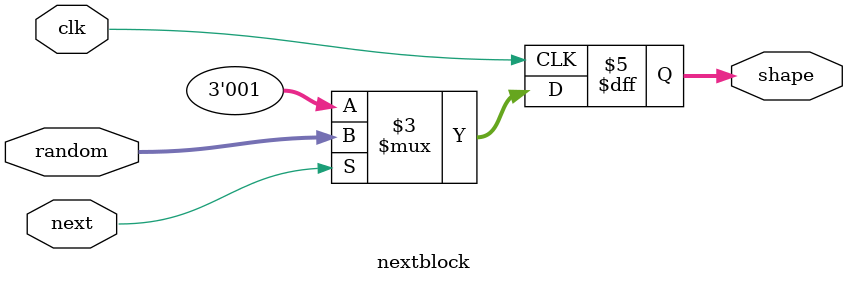
<source format=v>
`timescale 1ns / 1ps


module nextblock(
input clk,
input next,
input [2:0] random,
output reg [2:0] shape
);

	always @ (posedge clk) begin
	 if(next) begin
             shape <= random;
       	 end
    	 else
            shape <= 1;
	end
	endmodule

</source>
